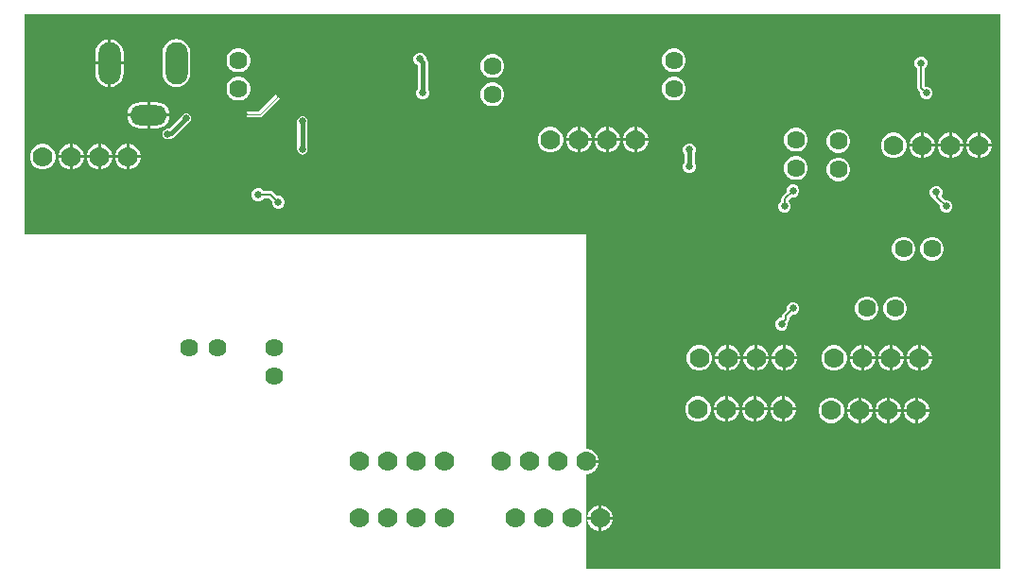
<source format=gbl>
G04*
G04 #@! TF.GenerationSoftware,Altium Limited,Altium Designer,24.1.2 (44)*
G04*
G04 Layer_Physical_Order=2*
G04 Layer_Color=16711680*
%FSLAX25Y25*%
%MOIN*%
G70*
G04*
G04 #@! TF.SameCoordinates,6E6146AE-10E2-4EE8-86B2-596FBE868B5F*
G04*
G04*
G04 #@! TF.FilePolarity,Positive*
G04*
G01*
G75*
%ADD10C,0.01500*%
%ADD12C,0.00600*%
%ADD37C,0.00200*%
%ADD38C,0.07000*%
%ADD39C,0.06378*%
%ADD40O,0.12992X0.07087*%
%ADD41O,0.07874X0.14961*%
%ADD42C,0.02500*%
G36*
X345961Y2039D02*
X200000D01*
Y35500D01*
X200592D01*
X201737Y35807D01*
X202763Y36399D01*
X203601Y37237D01*
X204193Y38263D01*
X204500Y39408D01*
Y39500D01*
X200000D01*
Y40500D01*
X204500D01*
Y40592D01*
X204193Y41737D01*
X203601Y42763D01*
X202763Y43601D01*
X201737Y44193D01*
X200592Y44500D01*
X200000D01*
Y120000D01*
X2039D01*
Y197961D01*
X345961D01*
Y2039D01*
D02*
G37*
%LPC*%
G36*
X32500Y188957D02*
Y181000D01*
X36980D01*
Y184043D01*
X36810Y185332D01*
X36312Y186533D01*
X35521Y187564D01*
X34490Y188356D01*
X33289Y188853D01*
X32500Y188957D01*
D02*
G37*
G36*
X31500D02*
X30711Y188853D01*
X29510Y188356D01*
X28479Y187564D01*
X27687Y186533D01*
X27190Y185332D01*
X27020Y184043D01*
Y181000D01*
X31500D01*
Y188957D01*
D02*
G37*
G36*
X231552Y185689D02*
X230449D01*
X229383Y185404D01*
X228428Y184852D01*
X227648Y184072D01*
X227097Y183117D01*
X226811Y182052D01*
Y180948D01*
X227097Y179883D01*
X227648Y178928D01*
X228428Y178148D01*
X229383Y177596D01*
X230449Y177311D01*
X231552D01*
X232617Y177596D01*
X233572Y178148D01*
X234352Y178928D01*
X234904Y179883D01*
X235189Y180948D01*
Y182052D01*
X234904Y183117D01*
X234352Y184072D01*
X233572Y184852D01*
X232617Y185404D01*
X231552Y185689D01*
D02*
G37*
G36*
X78052D02*
X76948D01*
X75883Y185404D01*
X74928Y184852D01*
X74148Y184072D01*
X73597Y183117D01*
X73311Y182052D01*
Y180948D01*
X73597Y179883D01*
X74148Y178928D01*
X74928Y178148D01*
X75883Y177596D01*
X76948Y177311D01*
X78052D01*
X79117Y177596D01*
X80072Y178148D01*
X80852Y178928D01*
X81403Y179883D01*
X81689Y180948D01*
Y182052D01*
X81403Y183117D01*
X80852Y184072D01*
X80072Y184852D01*
X79117Y185404D01*
X78052Y185689D01*
D02*
G37*
G36*
X167552Y183689D02*
X166448D01*
X165383Y183404D01*
X164428Y182852D01*
X163648Y182072D01*
X163096Y181117D01*
X162811Y180052D01*
Y178948D01*
X163096Y177883D01*
X163648Y176928D01*
X164428Y176148D01*
X165383Y175596D01*
X166448Y175311D01*
X167552D01*
X168617Y175596D01*
X169572Y176148D01*
X170352Y176928D01*
X170904Y177883D01*
X171189Y178948D01*
Y180052D01*
X170904Y181117D01*
X170352Y182072D01*
X169572Y182852D01*
X168617Y183404D01*
X167552Y183689D01*
D02*
G37*
G36*
X36980Y180000D02*
X32500D01*
Y172043D01*
X33289Y172147D01*
X34490Y172644D01*
X35521Y173436D01*
X36312Y174467D01*
X36810Y175668D01*
X36980Y176957D01*
Y180000D01*
D02*
G37*
G36*
X31500D02*
X27020D01*
Y176957D01*
X27190Y175668D01*
X27687Y174467D01*
X28479Y173436D01*
X29510Y172644D01*
X30711Y172147D01*
X31500Y172043D01*
Y180000D01*
D02*
G37*
G36*
X55622Y189023D02*
X54333Y188853D01*
X53132Y188356D01*
X52101Y187564D01*
X51310Y186533D01*
X50812Y185332D01*
X50642Y184043D01*
Y176957D01*
X50812Y175668D01*
X51310Y174467D01*
X52101Y173436D01*
X53132Y172644D01*
X54333Y172147D01*
X55622Y171977D01*
X56911Y172147D01*
X58112Y172644D01*
X59143Y173436D01*
X59935Y174467D01*
X60432Y175668D01*
X60602Y176957D01*
Y184043D01*
X60432Y185332D01*
X59935Y186533D01*
X59143Y187564D01*
X58112Y188356D01*
X56911Y188853D01*
X55622Y189023D01*
D02*
G37*
G36*
X318619Y182778D02*
X317724D01*
X316897Y182436D01*
X316264Y181803D01*
X315922Y180976D01*
Y180081D01*
X316264Y179254D01*
X316846Y178672D01*
Y171828D01*
X316947Y171321D01*
X317235Y170891D01*
X317750Y170376D01*
Y169552D01*
X318092Y168726D01*
X318725Y168093D01*
X319552Y167750D01*
X320448D01*
X321274Y168093D01*
X321907Y168726D01*
X322250Y169552D01*
Y170448D01*
X321907Y171274D01*
X321274Y171907D01*
X320448Y172250D01*
X319624D01*
X319497Y172377D01*
Y178672D01*
X320079Y179254D01*
X320422Y180081D01*
Y180976D01*
X320079Y181803D01*
X319446Y182436D01*
X318619Y182778D01*
D02*
G37*
G36*
X141948Y184250D02*
X141052D01*
X140226Y183907D01*
X139593Y183274D01*
X139250Y182448D01*
Y181552D01*
X139593Y180726D01*
X140226Y180093D01*
X140716Y179890D01*
Y171398D01*
X140593Y171274D01*
X140250Y170448D01*
Y169552D01*
X140593Y168726D01*
X141226Y168093D01*
X142052Y167750D01*
X142948D01*
X143774Y168093D01*
X144407Y168726D01*
X144750Y169552D01*
Y170448D01*
X144407Y171274D01*
X144284Y171398D01*
Y180729D01*
X144149Y181412D01*
X143762Y181991D01*
X143762Y181991D01*
X143750Y182003D01*
Y182448D01*
X143407Y183274D01*
X142774Y183907D01*
X141948Y184250D01*
D02*
G37*
G36*
X231552Y175689D02*
X230449D01*
X229383Y175403D01*
X228428Y174852D01*
X227648Y174072D01*
X227097Y173117D01*
X226811Y172052D01*
Y170949D01*
X227097Y169883D01*
X227648Y168928D01*
X228428Y168148D01*
X229383Y167596D01*
X230449Y167311D01*
X231552D01*
X232617Y167596D01*
X233572Y168148D01*
X234352Y168928D01*
X234904Y169883D01*
X235189Y170949D01*
Y172052D01*
X234904Y173117D01*
X234352Y174072D01*
X233572Y174852D01*
X232617Y175403D01*
X231552Y175689D01*
D02*
G37*
G36*
X78052D02*
X76948D01*
X75883Y175403D01*
X74928Y174852D01*
X74148Y174072D01*
X73597Y173117D01*
X73311Y172052D01*
Y170949D01*
X73597Y169883D01*
X74148Y168928D01*
X74928Y168148D01*
X75883Y167596D01*
X76948Y167311D01*
X78052D01*
X79117Y167596D01*
X80072Y168148D01*
X80852Y168928D01*
X81403Y169883D01*
X81689Y170949D01*
Y172052D01*
X81403Y173117D01*
X80852Y174072D01*
X80072Y174852D01*
X79117Y175403D01*
X78052Y175689D01*
D02*
G37*
G36*
X167552Y173689D02*
X166448D01*
X165383Y173404D01*
X164428Y172852D01*
X163648Y172072D01*
X163096Y171117D01*
X162811Y170052D01*
Y168948D01*
X163096Y167883D01*
X163648Y166928D01*
X164428Y166148D01*
X165383Y165596D01*
X166448Y165311D01*
X167552D01*
X168617Y165596D01*
X169572Y166148D01*
X170352Y166928D01*
X170904Y167883D01*
X171189Y168948D01*
Y170052D01*
X170904Y171117D01*
X170352Y172072D01*
X169572Y172852D01*
X168617Y173404D01*
X167552Y173689D01*
D02*
G37*
G36*
X48732Y166775D02*
X46279D01*
Y162693D01*
X53249D01*
X53159Y163379D01*
X52701Y164484D01*
X51973Y165433D01*
X51024Y166162D01*
X49918Y166619D01*
X48732Y166775D01*
D02*
G37*
G36*
X45279D02*
X42827D01*
X41641Y166619D01*
X40536Y166162D01*
X39586Y165433D01*
X38858Y164484D01*
X38400Y163379D01*
X38310Y162693D01*
X45279D01*
Y166775D01*
D02*
G37*
G36*
X92000Y170622D02*
X91571Y170536D01*
X91207Y170293D01*
X84535Y163622D01*
X79439D01*
X79010Y163536D01*
X78646Y163293D01*
X78403Y162929D01*
X78317Y162500D01*
X78403Y162071D01*
X78646Y161707D01*
X79010Y161464D01*
X79439Y161378D01*
X85000D01*
X85000Y161378D01*
X85429Y161464D01*
X85793Y161707D01*
X92793Y168707D01*
X93036Y169071D01*
X93122Y169500D01*
X93036Y169929D01*
X92793Y170293D01*
X92429Y170536D01*
X92000Y170622D01*
D02*
G37*
G36*
X53249Y161693D02*
X46279D01*
Y157610D01*
X48732D01*
X49918Y157767D01*
X51024Y158224D01*
X51973Y158953D01*
X52701Y159902D01*
X53159Y161007D01*
X53249Y161693D01*
D02*
G37*
G36*
X45279D02*
X38310D01*
X38400Y161007D01*
X38858Y159902D01*
X39586Y158953D01*
X40536Y158224D01*
X41641Y157767D01*
X42827Y157610D01*
X45279D01*
Y161693D01*
D02*
G37*
G36*
X218092Y158000D02*
X218000D01*
Y154000D01*
X222000D01*
Y154092D01*
X221693Y155237D01*
X221101Y156263D01*
X220263Y157101D01*
X219237Y157693D01*
X218092Y158000D01*
D02*
G37*
G36*
X217000D02*
X216908D01*
X215763Y157693D01*
X214737Y157101D01*
X213899Y156263D01*
X213307Y155237D01*
X213000Y154092D01*
Y154000D01*
X217000D01*
Y158000D01*
D02*
G37*
G36*
X208092D02*
X208000D01*
Y154000D01*
X212000D01*
Y154092D01*
X211693Y155237D01*
X211101Y156263D01*
X210263Y157101D01*
X209237Y157693D01*
X208092Y158000D01*
D02*
G37*
G36*
X207000D02*
X206908D01*
X205763Y157693D01*
X204737Y157101D01*
X203899Y156263D01*
X203307Y155237D01*
X203000Y154092D01*
Y154000D01*
X207000D01*
Y158000D01*
D02*
G37*
G36*
X198092D02*
X198000D01*
Y154000D01*
X202000D01*
Y154092D01*
X201693Y155237D01*
X201101Y156263D01*
X200263Y157101D01*
X199237Y157693D01*
X198092Y158000D01*
D02*
G37*
G36*
X197000D02*
X196908D01*
X195763Y157693D01*
X194737Y157101D01*
X193899Y156263D01*
X193307Y155237D01*
X193000Y154092D01*
Y154000D01*
X197000D01*
Y158000D01*
D02*
G37*
G36*
X59000Y162784D02*
X58317Y162648D01*
X57738Y162262D01*
X52952Y157476D01*
X52691D01*
X52008Y157340D01*
X51430Y156953D01*
X51238Y156762D01*
X50852Y156183D01*
X50716Y155500D01*
X50852Y154817D01*
X51238Y154238D01*
X51817Y153851D01*
X52500Y153716D01*
X53183Y153851D01*
X53266Y153907D01*
X53691D01*
X54374Y154043D01*
X54953Y154430D01*
X60262Y159738D01*
X60649Y160317D01*
X60784Y161000D01*
X60649Y161683D01*
X60262Y162262D01*
X59683Y162648D01*
X59000Y162784D01*
D02*
G37*
G36*
X339092Y156000D02*
X339000D01*
Y152000D01*
X343000D01*
Y152092D01*
X342693Y153237D01*
X342101Y154263D01*
X341263Y155101D01*
X340237Y155693D01*
X339092Y156000D01*
D02*
G37*
G36*
X338000D02*
X337908D01*
X336763Y155693D01*
X335737Y155101D01*
X334899Y154263D01*
X334307Y153237D01*
X334000Y152092D01*
Y152000D01*
X338000D01*
Y156000D01*
D02*
G37*
G36*
X329092D02*
X329000D01*
Y152000D01*
X333000D01*
Y152092D01*
X332693Y153237D01*
X332101Y154263D01*
X331263Y155101D01*
X330237Y155693D01*
X329092Y156000D01*
D02*
G37*
G36*
X328000D02*
X327908D01*
X326763Y155693D01*
X325737Y155101D01*
X324899Y154263D01*
X324307Y153237D01*
X324000Y152092D01*
Y152000D01*
X328000D01*
Y156000D01*
D02*
G37*
G36*
X319092D02*
X319000D01*
Y152000D01*
X323000D01*
Y152092D01*
X322693Y153237D01*
X322101Y154263D01*
X321263Y155101D01*
X320237Y155693D01*
X319092Y156000D01*
D02*
G37*
G36*
X318000D02*
X317908D01*
X316763Y155693D01*
X315737Y155101D01*
X314899Y154263D01*
X314307Y153237D01*
X314000Y152092D01*
Y152000D01*
X318000D01*
Y156000D01*
D02*
G37*
G36*
X274552Y157689D02*
X273448D01*
X272383Y157404D01*
X271428Y156852D01*
X270648Y156072D01*
X270096Y155117D01*
X269811Y154051D01*
Y152948D01*
X270096Y151883D01*
X270648Y150928D01*
X271428Y150148D01*
X272383Y149597D01*
X273448Y149311D01*
X274552D01*
X275617Y149597D01*
X276572Y150148D01*
X277352Y150928D01*
X277904Y151883D01*
X278189Y152948D01*
Y154051D01*
X277904Y155117D01*
X277352Y156072D01*
X276572Y156852D01*
X275617Y157404D01*
X274552Y157689D01*
D02*
G37*
G36*
X222000Y153000D02*
X218000D01*
Y149000D01*
X218092D01*
X219237Y149307D01*
X220263Y149899D01*
X221101Y150737D01*
X221693Y151763D01*
X222000Y152908D01*
Y153000D01*
D02*
G37*
G36*
X217000D02*
X213000D01*
Y152908D01*
X213307Y151763D01*
X213899Y150737D01*
X214737Y149899D01*
X215763Y149307D01*
X216908Y149000D01*
X217000D01*
Y153000D01*
D02*
G37*
G36*
X212000D02*
X208000D01*
Y149000D01*
X208092D01*
X209237Y149307D01*
X210263Y149899D01*
X211101Y150737D01*
X211693Y151763D01*
X212000Y152908D01*
Y153000D01*
D02*
G37*
G36*
X207000D02*
X203000D01*
Y152908D01*
X203307Y151763D01*
X203899Y150737D01*
X204737Y149899D01*
X205763Y149307D01*
X206908Y149000D01*
X207000D01*
Y153000D01*
D02*
G37*
G36*
X202000D02*
X198000D01*
Y149000D01*
X198092D01*
X199237Y149307D01*
X200263Y149899D01*
X201101Y150737D01*
X201693Y151763D01*
X202000Y152908D01*
Y153000D01*
D02*
G37*
G36*
X197000D02*
X193000D01*
Y152908D01*
X193307Y151763D01*
X193899Y150737D01*
X194737Y149899D01*
X195763Y149307D01*
X196908Y149000D01*
X197000D01*
Y153000D01*
D02*
G37*
G36*
X188092Y158000D02*
X186908D01*
X185763Y157693D01*
X184737Y157101D01*
X183899Y156263D01*
X183307Y155237D01*
X183000Y154092D01*
Y152908D01*
X183307Y151763D01*
X183899Y150737D01*
X184737Y149899D01*
X185763Y149307D01*
X186908Y149000D01*
X188092D01*
X189237Y149307D01*
X190263Y149899D01*
X191101Y150737D01*
X191693Y151763D01*
X192000Y152908D01*
Y154092D01*
X191693Y155237D01*
X191101Y156263D01*
X190263Y157101D01*
X189237Y157693D01*
X188092Y158000D01*
D02*
G37*
G36*
X289551Y157189D02*
X288449D01*
X287383Y156904D01*
X286428Y156352D01*
X285648Y155572D01*
X285097Y154617D01*
X284811Y153551D01*
Y152448D01*
X285097Y151383D01*
X285648Y150428D01*
X286428Y149648D01*
X287383Y149097D01*
X288449Y148811D01*
X289551D01*
X290617Y149097D01*
X291572Y149648D01*
X292352Y150428D01*
X292903Y151383D01*
X293189Y152448D01*
Y153551D01*
X292903Y154617D01*
X292352Y155572D01*
X291572Y156352D01*
X290617Y156904D01*
X289551Y157189D01*
D02*
G37*
G36*
X100000Y161784D02*
X99317Y161648D01*
X98738Y161262D01*
X98352Y160683D01*
X98216Y160000D01*
Y150000D01*
X98352Y149317D01*
X98738Y148738D01*
X99317Y148352D01*
X100000Y148216D01*
X100683Y148352D01*
X101262Y148738D01*
X101648Y149317D01*
X101784Y150000D01*
Y160000D01*
X101648Y160683D01*
X101262Y161262D01*
X100683Y161648D01*
X100000Y161784D01*
D02*
G37*
G36*
X39092Y152000D02*
X39000D01*
Y148000D01*
X43000D01*
Y148092D01*
X42693Y149237D01*
X42101Y150263D01*
X41263Y151101D01*
X40237Y151693D01*
X39092Y152000D01*
D02*
G37*
G36*
X38000D02*
X37908D01*
X36763Y151693D01*
X35737Y151101D01*
X34899Y150263D01*
X34307Y149237D01*
X34000Y148092D01*
Y148000D01*
X38000D01*
Y152000D01*
D02*
G37*
G36*
X29092D02*
X29000D01*
Y148000D01*
X33000D01*
Y148092D01*
X32693Y149237D01*
X32101Y150263D01*
X31263Y151101D01*
X30237Y151693D01*
X29092Y152000D01*
D02*
G37*
G36*
X28000D02*
X27908D01*
X26763Y151693D01*
X25737Y151101D01*
X24899Y150263D01*
X24307Y149237D01*
X24000Y148092D01*
Y148000D01*
X28000D01*
Y152000D01*
D02*
G37*
G36*
X19092D02*
X19000D01*
Y148000D01*
X23000D01*
Y148092D01*
X22693Y149237D01*
X22101Y150263D01*
X21263Y151101D01*
X20237Y151693D01*
X19092Y152000D01*
D02*
G37*
G36*
X18000D02*
X17908D01*
X16763Y151693D01*
X15737Y151101D01*
X14899Y150263D01*
X14307Y149237D01*
X14000Y148092D01*
Y148000D01*
X18000D01*
Y152000D01*
D02*
G37*
G36*
X343000Y151000D02*
X339000D01*
Y147000D01*
X339092D01*
X340237Y147307D01*
X341263Y147899D01*
X342101Y148737D01*
X342693Y149763D01*
X343000Y150908D01*
Y151000D01*
D02*
G37*
G36*
X338000D02*
X334000D01*
Y150908D01*
X334307Y149763D01*
X334899Y148737D01*
X335737Y147899D01*
X336763Y147307D01*
X337908Y147000D01*
X338000D01*
Y151000D01*
D02*
G37*
G36*
X333000D02*
X329000D01*
Y147000D01*
X329092D01*
X330237Y147307D01*
X331263Y147899D01*
X332101Y148737D01*
X332693Y149763D01*
X333000Y150908D01*
Y151000D01*
D02*
G37*
G36*
X328000D02*
X324000D01*
Y150908D01*
X324307Y149763D01*
X324899Y148737D01*
X325737Y147899D01*
X326763Y147307D01*
X327908Y147000D01*
X328000D01*
Y151000D01*
D02*
G37*
G36*
X323000D02*
X319000D01*
Y147000D01*
X319092D01*
X320237Y147307D01*
X321263Y147899D01*
X322101Y148737D01*
X322693Y149763D01*
X323000Y150908D01*
Y151000D01*
D02*
G37*
G36*
X318000D02*
X314000D01*
Y150908D01*
X314307Y149763D01*
X314899Y148737D01*
X315737Y147899D01*
X316763Y147307D01*
X317908Y147000D01*
X318000D01*
Y151000D01*
D02*
G37*
G36*
X309092Y156000D02*
X307908D01*
X306763Y155693D01*
X305737Y155101D01*
X304899Y154263D01*
X304307Y153237D01*
X304000Y152092D01*
Y150908D01*
X304307Y149763D01*
X304899Y148737D01*
X305737Y147899D01*
X306763Y147307D01*
X307908Y147000D01*
X309092D01*
X310237Y147307D01*
X311263Y147899D01*
X312101Y148737D01*
X312693Y149763D01*
X313000Y150908D01*
Y152092D01*
X312693Y153237D01*
X312101Y154263D01*
X311263Y155101D01*
X310237Y155693D01*
X309092Y156000D01*
D02*
G37*
G36*
X43000Y147000D02*
X39000D01*
Y143000D01*
X39092D01*
X40237Y143307D01*
X41263Y143899D01*
X42101Y144737D01*
X42693Y145763D01*
X43000Y146908D01*
Y147000D01*
D02*
G37*
G36*
X38000D02*
X34000D01*
Y146908D01*
X34307Y145763D01*
X34899Y144737D01*
X35737Y143899D01*
X36763Y143307D01*
X37908Y143000D01*
X38000D01*
Y147000D01*
D02*
G37*
G36*
X33000D02*
X29000D01*
Y143000D01*
X29092D01*
X30237Y143307D01*
X31263Y143899D01*
X32101Y144737D01*
X32693Y145763D01*
X33000Y146908D01*
Y147000D01*
D02*
G37*
G36*
X28000D02*
X24000D01*
Y146908D01*
X24307Y145763D01*
X24899Y144737D01*
X25737Y143899D01*
X26763Y143307D01*
X27908Y143000D01*
X28000D01*
Y147000D01*
D02*
G37*
G36*
X23000D02*
X19000D01*
Y143000D01*
X19092D01*
X20237Y143307D01*
X21263Y143899D01*
X22101Y144737D01*
X22693Y145763D01*
X23000Y146908D01*
Y147000D01*
D02*
G37*
G36*
X18000D02*
X14000D01*
Y146908D01*
X14307Y145763D01*
X14899Y144737D01*
X15737Y143899D01*
X16763Y143307D01*
X17908Y143000D01*
X18000D01*
Y147000D01*
D02*
G37*
G36*
X9092Y152000D02*
X7908D01*
X6763Y151693D01*
X5737Y151101D01*
X4899Y150263D01*
X4307Y149237D01*
X4000Y148092D01*
Y146908D01*
X4307Y145763D01*
X4899Y144737D01*
X5737Y143899D01*
X6763Y143307D01*
X7908Y143000D01*
X9092D01*
X10237Y143307D01*
X11263Y143899D01*
X12101Y144737D01*
X12693Y145763D01*
X13000Y146908D01*
Y148092D01*
X12693Y149237D01*
X12101Y150263D01*
X11263Y151101D01*
X10237Y151693D01*
X9092Y152000D01*
D02*
G37*
G36*
X236948Y152250D02*
X236052D01*
X235226Y151908D01*
X234593Y151275D01*
X234250Y150448D01*
Y149552D01*
X234593Y148725D01*
X234716Y148602D01*
Y145398D01*
X234593Y145274D01*
X234250Y144448D01*
Y143552D01*
X234593Y142726D01*
X235226Y142093D01*
X236052Y141750D01*
X236948D01*
X237774Y142093D01*
X238407Y142726D01*
X238750Y143552D01*
Y144448D01*
X238407Y145274D01*
X238284Y145398D01*
Y148602D01*
X238407Y148725D01*
X238750Y149552D01*
Y150448D01*
X238407Y151275D01*
X237774Y151908D01*
X236948Y152250D01*
D02*
G37*
G36*
X274552Y147689D02*
X273448D01*
X272383Y147404D01*
X271428Y146852D01*
X270648Y146072D01*
X270096Y145117D01*
X269811Y144052D01*
Y142948D01*
X270096Y141883D01*
X270648Y140928D01*
X271428Y140148D01*
X272383Y139596D01*
X273448Y139311D01*
X274552D01*
X275617Y139596D01*
X276572Y140148D01*
X277352Y140928D01*
X277904Y141883D01*
X278189Y142948D01*
Y144052D01*
X277904Y145117D01*
X277352Y146072D01*
X276572Y146852D01*
X275617Y147404D01*
X274552Y147689D01*
D02*
G37*
G36*
X289551Y147189D02*
X288449D01*
X287383Y146904D01*
X286428Y146352D01*
X285648Y145572D01*
X285097Y144617D01*
X284811Y143552D01*
Y142448D01*
X285097Y141383D01*
X285648Y140428D01*
X286428Y139648D01*
X287383Y139096D01*
X288449Y138811D01*
X289551D01*
X290617Y139096D01*
X291572Y139648D01*
X292352Y140428D01*
X292903Y141383D01*
X293189Y142448D01*
Y143552D01*
X292903Y144617D01*
X292352Y145572D01*
X291572Y146352D01*
X290617Y146904D01*
X289551Y147189D01*
D02*
G37*
G36*
X84948Y136450D02*
X84052D01*
X83226Y136108D01*
X82592Y135475D01*
X82250Y134648D01*
Y133752D01*
X82592Y132925D01*
X83226Y132292D01*
X84052Y131950D01*
X84948D01*
X85774Y132292D01*
X86357Y132875D01*
X88251D01*
X89302Y131824D01*
Y131001D01*
X89644Y130174D01*
X90277Y129541D01*
X91104Y129199D01*
X91999D01*
X92826Y129541D01*
X93459Y130174D01*
X93801Y131001D01*
Y131896D01*
X93459Y132723D01*
X92826Y133356D01*
X91999Y133698D01*
X91176D01*
X89737Y135137D01*
X89307Y135425D01*
X88800Y135526D01*
X86357D01*
X85774Y136108D01*
X84948Y136450D01*
D02*
G37*
G36*
X323948Y137250D02*
X323052D01*
X322225Y136907D01*
X321592Y136275D01*
X321250Y135448D01*
Y134552D01*
X321592Y133726D01*
X322225Y133092D01*
X322576Y132948D01*
X322639Y132629D01*
X322926Y132199D01*
X324750Y130376D01*
Y129552D01*
X325093Y128726D01*
X325726Y128093D01*
X326552Y127750D01*
X327448D01*
X328274Y128093D01*
X328907Y128726D01*
X329250Y129552D01*
Y130448D01*
X328907Y131274D01*
X328274Y131907D01*
X327448Y132250D01*
X326624D01*
X325278Y133596D01*
X325408Y133726D01*
X325750Y134552D01*
Y135448D01*
X325408Y136275D01*
X324775Y136907D01*
X323948Y137250D01*
D02*
G37*
G36*
X273448Y137750D02*
X272552D01*
X271726Y137408D01*
X271093Y136775D01*
X270750Y135948D01*
Y135125D01*
X269227Y133601D01*
X268940Y133171D01*
X268839Y132664D01*
Y131954D01*
X268725Y131907D01*
X268092Y131274D01*
X267750Y130448D01*
Y129552D01*
X268092Y128726D01*
X268725Y128093D01*
X269552Y127750D01*
X270448D01*
X271274Y128093D01*
X271907Y128726D01*
X272250Y129552D01*
Y130448D01*
X271907Y131274D01*
X271490Y131692D01*
Y132115D01*
X272624Y133250D01*
X273448D01*
X274274Y133592D01*
X274907Y134225D01*
X275250Y135052D01*
Y135948D01*
X274907Y136775D01*
X274274Y137408D01*
X273448Y137750D01*
D02*
G37*
G36*
X322551Y119189D02*
X321448D01*
X320383Y118904D01*
X319428Y118352D01*
X318648Y117572D01*
X318096Y116617D01*
X317811Y115551D01*
Y114448D01*
X318096Y113383D01*
X318648Y112428D01*
X319428Y111648D01*
X320383Y111097D01*
X321448Y110811D01*
X322551D01*
X323617Y111097D01*
X324572Y111648D01*
X325352Y112428D01*
X325904Y113383D01*
X326189Y114448D01*
Y115551D01*
X325904Y116617D01*
X325352Y117572D01*
X324572Y118352D01*
X323617Y118904D01*
X322551Y119189D01*
D02*
G37*
G36*
X312551D02*
X311449D01*
X310383Y118904D01*
X309428Y118352D01*
X308648Y117572D01*
X308097Y116617D01*
X307811Y115551D01*
Y114448D01*
X308097Y113383D01*
X308648Y112428D01*
X309428Y111648D01*
X310383Y111097D01*
X311449Y110811D01*
X312551D01*
X313617Y111097D01*
X314572Y111648D01*
X315352Y112428D01*
X315903Y113383D01*
X316189Y114448D01*
Y115551D01*
X315903Y116617D01*
X315352Y117572D01*
X314572Y118352D01*
X313617Y118904D01*
X312551Y119189D01*
D02*
G37*
G36*
X309552Y98189D02*
X308449D01*
X307383Y97904D01*
X306428Y97352D01*
X305648Y96572D01*
X305097Y95617D01*
X304811Y94551D01*
Y93449D01*
X305097Y92383D01*
X305648Y91428D01*
X306428Y90648D01*
X307383Y90096D01*
X308449Y89811D01*
X309552D01*
X310617Y90096D01*
X311572Y90648D01*
X312352Y91428D01*
X312903Y92383D01*
X313189Y93449D01*
Y94551D01*
X312903Y95617D01*
X312352Y96572D01*
X311572Y97352D01*
X310617Y97904D01*
X309552Y98189D01*
D02*
G37*
G36*
X299552D02*
X298448D01*
X297383Y97904D01*
X296428Y97352D01*
X295648Y96572D01*
X295096Y95617D01*
X294811Y94551D01*
Y93449D01*
X295096Y92383D01*
X295648Y91428D01*
X296428Y90648D01*
X297383Y90096D01*
X298448Y89811D01*
X299552D01*
X300617Y90096D01*
X301572Y90648D01*
X302352Y91428D01*
X302904Y92383D01*
X303189Y93449D01*
Y94551D01*
X302904Y95617D01*
X302352Y96572D01*
X301572Y97352D01*
X300617Y97904D01*
X299552Y98189D01*
D02*
G37*
G36*
X273448Y96250D02*
X272552D01*
X271726Y95907D01*
X271093Y95275D01*
X270750Y94448D01*
Y93625D01*
X269426Y92301D01*
X269139Y91871D01*
X269038Y91364D01*
Y90762D01*
X268565D01*
X267738Y90420D01*
X267105Y89787D01*
X266762Y88960D01*
Y88065D01*
X267105Y87238D01*
X267738Y86605D01*
X268565Y86262D01*
X269460D01*
X270287Y86605D01*
X270920Y87238D01*
X271262Y88065D01*
Y88960D01*
X271184Y89148D01*
X271301Y89265D01*
X271588Y89695D01*
X271689Y90202D01*
Y90815D01*
X272624Y91750D01*
X273448D01*
X274274Y92093D01*
X274907Y92725D01*
X275250Y93552D01*
Y94448D01*
X274907Y95275D01*
X274274Y95907D01*
X273448Y96250D01*
D02*
G37*
G36*
X318092Y81000D02*
X318000D01*
Y77000D01*
X322000D01*
Y77092D01*
X321693Y78237D01*
X321101Y79263D01*
X320263Y80101D01*
X319237Y80693D01*
X318092Y81000D01*
D02*
G37*
G36*
X317000D02*
X316908D01*
X315763Y80693D01*
X314737Y80101D01*
X313899Y79263D01*
X313307Y78237D01*
X313000Y77092D01*
Y77000D01*
X317000D01*
Y81000D01*
D02*
G37*
G36*
X308092D02*
X308000D01*
Y77000D01*
X312000D01*
Y77092D01*
X311693Y78237D01*
X311101Y79263D01*
X310263Y80101D01*
X309237Y80693D01*
X308092Y81000D01*
D02*
G37*
G36*
X307000D02*
X306908D01*
X305763Y80693D01*
X304737Y80101D01*
X303899Y79263D01*
X303307Y78237D01*
X303000Y77092D01*
Y77000D01*
X307000D01*
Y81000D01*
D02*
G37*
G36*
X298092D02*
X298000D01*
Y77000D01*
X302000D01*
Y77092D01*
X301693Y78237D01*
X301101Y79263D01*
X300263Y80101D01*
X299237Y80693D01*
X298092Y81000D01*
D02*
G37*
G36*
X297000D02*
X296908D01*
X295763Y80693D01*
X294737Y80101D01*
X293899Y79263D01*
X293307Y78237D01*
X293000Y77092D01*
Y77000D01*
X297000D01*
Y81000D01*
D02*
G37*
G36*
X270592D02*
X270500D01*
Y77000D01*
X274500D01*
Y77092D01*
X274193Y78237D01*
X273601Y79263D01*
X272763Y80101D01*
X271737Y80693D01*
X270592Y81000D01*
D02*
G37*
G36*
X269500D02*
X269408D01*
X268263Y80693D01*
X267237Y80101D01*
X266399Y79263D01*
X265807Y78237D01*
X265500Y77092D01*
Y77000D01*
X269500D01*
Y81000D01*
D02*
G37*
G36*
X260592D02*
X260500D01*
Y77000D01*
X264500D01*
Y77092D01*
X264193Y78237D01*
X263601Y79263D01*
X262763Y80101D01*
X261737Y80693D01*
X260592Y81000D01*
D02*
G37*
G36*
X259500D02*
X259408D01*
X258263Y80693D01*
X257237Y80101D01*
X256399Y79263D01*
X255807Y78237D01*
X255500Y77092D01*
Y77000D01*
X259500D01*
Y81000D01*
D02*
G37*
G36*
X250592D02*
X250500D01*
Y77000D01*
X254500D01*
Y77092D01*
X254193Y78237D01*
X253601Y79263D01*
X252763Y80101D01*
X251737Y80693D01*
X250592Y81000D01*
D02*
G37*
G36*
X249500D02*
X249408D01*
X248263Y80693D01*
X247237Y80101D01*
X246399Y79263D01*
X245807Y78237D01*
X245500Y77092D01*
Y77000D01*
X249500D01*
Y81000D01*
D02*
G37*
G36*
X322000Y76000D02*
X318000D01*
Y72000D01*
X318092D01*
X319237Y72307D01*
X320263Y72899D01*
X321101Y73737D01*
X321693Y74763D01*
X322000Y75908D01*
Y76000D01*
D02*
G37*
G36*
X317000D02*
X313000D01*
Y75908D01*
X313307Y74763D01*
X313899Y73737D01*
X314737Y72899D01*
X315763Y72307D01*
X316908Y72000D01*
X317000D01*
Y76000D01*
D02*
G37*
G36*
X312000D02*
X308000D01*
Y72000D01*
X308092D01*
X309237Y72307D01*
X310263Y72899D01*
X311101Y73737D01*
X311693Y74763D01*
X312000Y75908D01*
Y76000D01*
D02*
G37*
G36*
X307000D02*
X303000D01*
Y75908D01*
X303307Y74763D01*
X303899Y73737D01*
X304737Y72899D01*
X305763Y72307D01*
X306908Y72000D01*
X307000D01*
Y76000D01*
D02*
G37*
G36*
X302000D02*
X298000D01*
Y72000D01*
X298092D01*
X299237Y72307D01*
X300263Y72899D01*
X301101Y73737D01*
X301693Y74763D01*
X302000Y75908D01*
Y76000D01*
D02*
G37*
G36*
X297000D02*
X293000D01*
Y75908D01*
X293307Y74763D01*
X293899Y73737D01*
X294737Y72899D01*
X295763Y72307D01*
X296908Y72000D01*
X297000D01*
Y76000D01*
D02*
G37*
G36*
X288092Y81000D02*
X286908D01*
X285763Y80693D01*
X284737Y80101D01*
X283899Y79263D01*
X283307Y78237D01*
X283000Y77092D01*
Y75908D01*
X283307Y74763D01*
X283899Y73737D01*
X284737Y72899D01*
X285763Y72307D01*
X286908Y72000D01*
X288092D01*
X289237Y72307D01*
X290263Y72899D01*
X291101Y73737D01*
X291693Y74763D01*
X292000Y75908D01*
Y77092D01*
X291693Y78237D01*
X291101Y79263D01*
X290263Y80101D01*
X289237Y80693D01*
X288092Y81000D01*
D02*
G37*
G36*
X274500Y76000D02*
X270500D01*
Y72000D01*
X270592D01*
X271737Y72307D01*
X272763Y72899D01*
X273601Y73737D01*
X274193Y74763D01*
X274500Y75908D01*
Y76000D01*
D02*
G37*
G36*
X269500D02*
X265500D01*
Y75908D01*
X265807Y74763D01*
X266399Y73737D01*
X267237Y72899D01*
X268263Y72307D01*
X269408Y72000D01*
X269500D01*
Y76000D01*
D02*
G37*
G36*
X264500D02*
X260500D01*
Y72000D01*
X260592D01*
X261737Y72307D01*
X262763Y72899D01*
X263601Y73737D01*
X264193Y74763D01*
X264500Y75908D01*
Y76000D01*
D02*
G37*
G36*
X259500D02*
X255500D01*
Y75908D01*
X255807Y74763D01*
X256399Y73737D01*
X257237Y72899D01*
X258263Y72307D01*
X259408Y72000D01*
X259500D01*
Y76000D01*
D02*
G37*
G36*
X254500D02*
X250500D01*
Y72000D01*
X250592D01*
X251737Y72307D01*
X252763Y72899D01*
X253601Y73737D01*
X254193Y74763D01*
X254500Y75908D01*
Y76000D01*
D02*
G37*
G36*
X249500D02*
X245500D01*
Y75908D01*
X245807Y74763D01*
X246399Y73737D01*
X247237Y72899D01*
X248263Y72307D01*
X249408Y72000D01*
X249500D01*
Y76000D01*
D02*
G37*
G36*
X240592Y81000D02*
X239408D01*
X238263Y80693D01*
X237237Y80101D01*
X236399Y79263D01*
X235807Y78237D01*
X235500Y77092D01*
Y75908D01*
X235807Y74763D01*
X236399Y73737D01*
X237237Y72899D01*
X238263Y72307D01*
X239408Y72000D01*
X240592D01*
X241737Y72307D01*
X242763Y72899D01*
X243601Y73737D01*
X244193Y74763D01*
X244500Y75908D01*
Y77092D01*
X244193Y78237D01*
X243601Y79263D01*
X242763Y80101D01*
X241737Y80693D01*
X240592Y81000D01*
D02*
G37*
G36*
X270092Y63000D02*
X270000D01*
Y59000D01*
X274000D01*
Y59092D01*
X273693Y60237D01*
X273101Y61263D01*
X272263Y62101D01*
X271237Y62693D01*
X270092Y63000D01*
D02*
G37*
G36*
X269000D02*
X268908D01*
X267763Y62693D01*
X266737Y62101D01*
X265899Y61263D01*
X265307Y60237D01*
X265000Y59092D01*
Y59000D01*
X269000D01*
Y63000D01*
D02*
G37*
G36*
X260092D02*
X260000D01*
Y59000D01*
X264000D01*
Y59092D01*
X263693Y60237D01*
X263101Y61263D01*
X262263Y62101D01*
X261237Y62693D01*
X260092Y63000D01*
D02*
G37*
G36*
X259000D02*
X258908D01*
X257763Y62693D01*
X256737Y62101D01*
X255899Y61263D01*
X255307Y60237D01*
X255000Y59092D01*
Y59000D01*
X259000D01*
Y63000D01*
D02*
G37*
G36*
X250092D02*
X250000D01*
Y59000D01*
X254000D01*
Y59092D01*
X253693Y60237D01*
X253101Y61263D01*
X252263Y62101D01*
X251237Y62693D01*
X250092Y63000D01*
D02*
G37*
G36*
X249000D02*
X248908D01*
X247763Y62693D01*
X246737Y62101D01*
X245899Y61263D01*
X245307Y60237D01*
X245000Y59092D01*
Y59000D01*
X249000D01*
Y63000D01*
D02*
G37*
G36*
X317092Y62500D02*
X317000D01*
Y58500D01*
X321000D01*
Y58592D01*
X320693Y59737D01*
X320101Y60763D01*
X319263Y61601D01*
X318237Y62193D01*
X317092Y62500D01*
D02*
G37*
G36*
X316000D02*
X315908D01*
X314763Y62193D01*
X313737Y61601D01*
X312899Y60763D01*
X312307Y59737D01*
X312000Y58592D01*
Y58500D01*
X316000D01*
Y62500D01*
D02*
G37*
G36*
X307092D02*
X307000D01*
Y58500D01*
X311000D01*
Y58592D01*
X310693Y59737D01*
X310101Y60763D01*
X309263Y61601D01*
X308237Y62193D01*
X307092Y62500D01*
D02*
G37*
G36*
X306000D02*
X305908D01*
X304763Y62193D01*
X303737Y61601D01*
X302899Y60763D01*
X302307Y59737D01*
X302000Y58592D01*
Y58500D01*
X306000D01*
Y62500D01*
D02*
G37*
G36*
X297092D02*
X297000D01*
Y58500D01*
X301000D01*
Y58592D01*
X300693Y59737D01*
X300101Y60763D01*
X299263Y61601D01*
X298237Y62193D01*
X297092Y62500D01*
D02*
G37*
G36*
X296000D02*
X295908D01*
X294763Y62193D01*
X293737Y61601D01*
X292899Y60763D01*
X292307Y59737D01*
X292000Y58592D01*
Y58500D01*
X296000D01*
Y62500D01*
D02*
G37*
G36*
X274000Y58000D02*
X270000D01*
Y54000D01*
X270092D01*
X271237Y54307D01*
X272263Y54899D01*
X273101Y55737D01*
X273693Y56763D01*
X274000Y57908D01*
Y58000D01*
D02*
G37*
G36*
X269000D02*
X265000D01*
Y57908D01*
X265307Y56763D01*
X265899Y55737D01*
X266737Y54899D01*
X267763Y54307D01*
X268908Y54000D01*
X269000D01*
Y58000D01*
D02*
G37*
G36*
X264000D02*
X260000D01*
Y54000D01*
X260092D01*
X261237Y54307D01*
X262263Y54899D01*
X263101Y55737D01*
X263693Y56763D01*
X264000Y57908D01*
Y58000D01*
D02*
G37*
G36*
X259000D02*
X255000D01*
Y57908D01*
X255307Y56763D01*
X255899Y55737D01*
X256737Y54899D01*
X257763Y54307D01*
X258908Y54000D01*
X259000D01*
Y58000D01*
D02*
G37*
G36*
X254000D02*
X250000D01*
Y54000D01*
X250092D01*
X251237Y54307D01*
X252263Y54899D01*
X253101Y55737D01*
X253693Y56763D01*
X254000Y57908D01*
Y58000D01*
D02*
G37*
G36*
X249000D02*
X245000D01*
Y57908D01*
X245307Y56763D01*
X245899Y55737D01*
X246737Y54899D01*
X247763Y54307D01*
X248908Y54000D01*
X249000D01*
Y58000D01*
D02*
G37*
G36*
X240092Y63000D02*
X238908D01*
X237763Y62693D01*
X236737Y62101D01*
X235899Y61263D01*
X235307Y60237D01*
X235000Y59092D01*
Y57908D01*
X235307Y56763D01*
X235899Y55737D01*
X236737Y54899D01*
X237763Y54307D01*
X238908Y54000D01*
X240092D01*
X241237Y54307D01*
X242263Y54899D01*
X243101Y55737D01*
X243693Y56763D01*
X244000Y57908D01*
Y59092D01*
X243693Y60237D01*
X243101Y61263D01*
X242263Y62101D01*
X241237Y62693D01*
X240092Y63000D01*
D02*
G37*
G36*
X321000Y57500D02*
X317000D01*
Y53500D01*
X317092D01*
X318237Y53807D01*
X319263Y54399D01*
X320101Y55237D01*
X320693Y56263D01*
X321000Y57408D01*
Y57500D01*
D02*
G37*
G36*
X316000D02*
X312000D01*
Y57408D01*
X312307Y56263D01*
X312899Y55237D01*
X313737Y54399D01*
X314763Y53807D01*
X315908Y53500D01*
X316000D01*
Y57500D01*
D02*
G37*
G36*
X311000D02*
X307000D01*
Y53500D01*
X307092D01*
X308237Y53807D01*
X309263Y54399D01*
X310101Y55237D01*
X310693Y56263D01*
X311000Y57408D01*
Y57500D01*
D02*
G37*
G36*
X306000D02*
X302000D01*
Y57408D01*
X302307Y56263D01*
X302899Y55237D01*
X303737Y54399D01*
X304763Y53807D01*
X305908Y53500D01*
X306000D01*
Y57500D01*
D02*
G37*
G36*
X301000D02*
X297000D01*
Y53500D01*
X297092D01*
X298237Y53807D01*
X299263Y54399D01*
X300101Y55237D01*
X300693Y56263D01*
X301000Y57408D01*
Y57500D01*
D02*
G37*
G36*
X296000D02*
X292000D01*
Y57408D01*
X292307Y56263D01*
X292899Y55237D01*
X293737Y54399D01*
X294763Y53807D01*
X295908Y53500D01*
X296000D01*
Y57500D01*
D02*
G37*
G36*
X287092Y62500D02*
X285908D01*
X284763Y62193D01*
X283737Y61601D01*
X282899Y60763D01*
X282307Y59737D01*
X282000Y58592D01*
Y57408D01*
X282307Y56263D01*
X282899Y55237D01*
X283737Y54399D01*
X284763Y53807D01*
X285908Y53500D01*
X287092D01*
X288237Y53807D01*
X289263Y54399D01*
X290101Y55237D01*
X290693Y56263D01*
X291000Y57408D01*
Y58592D01*
X290693Y59737D01*
X290101Y60763D01*
X289263Y61601D01*
X288237Y62193D01*
X287092Y62500D01*
D02*
G37*
G36*
X205592Y24500D02*
X205500D01*
Y20500D01*
X209500D01*
Y20592D01*
X209193Y21737D01*
X208601Y22763D01*
X207763Y23601D01*
X206737Y24193D01*
X205592Y24500D01*
D02*
G37*
G36*
X204500D02*
X204408D01*
X203263Y24193D01*
X202237Y23601D01*
X201399Y22763D01*
X200807Y21737D01*
X200500Y20592D01*
Y20500D01*
X204500D01*
Y24500D01*
D02*
G37*
G36*
X209500Y19500D02*
X205500D01*
Y15500D01*
X205592D01*
X206737Y15807D01*
X207763Y16399D01*
X208601Y17237D01*
X209193Y18263D01*
X209500Y19408D01*
Y19500D01*
D02*
G37*
G36*
X204500D02*
X200500D01*
Y19408D01*
X200807Y18263D01*
X201399Y17237D01*
X202237Y16399D01*
X203263Y15807D01*
X204408Y15500D01*
X204500D01*
Y19500D01*
D02*
G37*
%LPD*%
D10*
X141500Y181729D02*
X142500Y180729D01*
Y170000D02*
Y180729D01*
X141500Y181729D02*
Y182000D01*
X236500Y144000D02*
Y150000D01*
X52691Y155691D02*
X53691D01*
X59000Y161000D01*
X52500Y155500D02*
X52691Y155691D01*
X100000Y150000D02*
Y160000D01*
D12*
X270000Y130000D02*
X270164Y130164D01*
Y132664D01*
X273000Y135500D01*
X323864Y133136D02*
X327000Y130000D01*
X323864Y133136D02*
Y134636D01*
X323500Y135000D02*
X323864Y134636D01*
X269012Y88512D02*
Y88851D01*
X270363Y90202D02*
Y91364D01*
X269012Y88851D02*
X270363Y90202D01*
Y91364D02*
X273000Y94000D01*
X84500Y134200D02*
X88800D01*
X91552Y131448D01*
X318172Y171828D02*
X320000Y170000D01*
X318172Y171828D02*
Y180528D01*
D37*
X79439Y162500D02*
X85000D01*
X92000Y169500D01*
D38*
X190000Y40000D02*
D03*
X200000D02*
D03*
X170000D02*
D03*
X180000D02*
D03*
X195000Y20000D02*
D03*
X205000D02*
D03*
X175000D02*
D03*
X185000D02*
D03*
X140000Y40000D02*
D03*
X150000D02*
D03*
X120000D02*
D03*
X130000D02*
D03*
X140000Y20000D02*
D03*
X150000D02*
D03*
X120000D02*
D03*
X130000D02*
D03*
X207500Y153500D02*
D03*
X217500D02*
D03*
X187500D02*
D03*
X197500D02*
D03*
X297500Y76500D02*
D03*
X287500D02*
D03*
X317500D02*
D03*
X307500D02*
D03*
X260000D02*
D03*
X270000D02*
D03*
X240000D02*
D03*
X250000D02*
D03*
X296500Y58000D02*
D03*
X286500D02*
D03*
X316500D02*
D03*
X306500D02*
D03*
X249500Y58500D02*
D03*
X239500D02*
D03*
X269500D02*
D03*
X259500D02*
D03*
X18500Y147500D02*
D03*
X8500D02*
D03*
X38500D02*
D03*
X28500D02*
D03*
X318500Y151500D02*
D03*
X308500D02*
D03*
X338500D02*
D03*
X328500D02*
D03*
D39*
X70000Y80000D02*
D03*
X60000D02*
D03*
X231000Y181500D02*
D03*
Y171500D02*
D03*
X289000Y153000D02*
D03*
Y143000D02*
D03*
X274000Y153500D02*
D03*
Y143500D02*
D03*
X312000Y115000D02*
D03*
X322000D02*
D03*
X299000Y94000D02*
D03*
X309000D02*
D03*
X90000Y70000D02*
D03*
Y80000D02*
D03*
X77500Y171500D02*
D03*
Y181500D02*
D03*
X167000Y169500D02*
D03*
Y179500D02*
D03*
D40*
X45779Y162193D02*
D03*
D41*
X32000Y180500D02*
D03*
X55622D02*
D03*
D42*
X148500Y165500D02*
D03*
X271000Y186500D02*
D03*
X247350Y189000D02*
D03*
X221000Y181500D02*
D03*
X207500Y161500D02*
D03*
X206400Y93500D02*
D03*
X206900Y105000D02*
D03*
X205400Y115000D02*
D03*
X141500Y182000D02*
D03*
X142500Y170000D02*
D03*
X273000Y135500D02*
D03*
X270000Y130000D02*
D03*
X323500Y135000D02*
D03*
X327000Y130000D02*
D03*
X236500Y144000D02*
D03*
X269012Y88512D02*
D03*
X273000Y94000D02*
D03*
X52500Y155500D02*
D03*
X59000Y161000D02*
D03*
X79439Y162500D02*
D03*
X92000Y169500D02*
D03*
X84500Y134200D02*
D03*
X91552Y131448D02*
D03*
X236500Y150000D02*
D03*
X320000Y170000D02*
D03*
X318172Y180528D02*
D03*
X100000Y150000D02*
D03*
Y160000D02*
D03*
M02*

</source>
